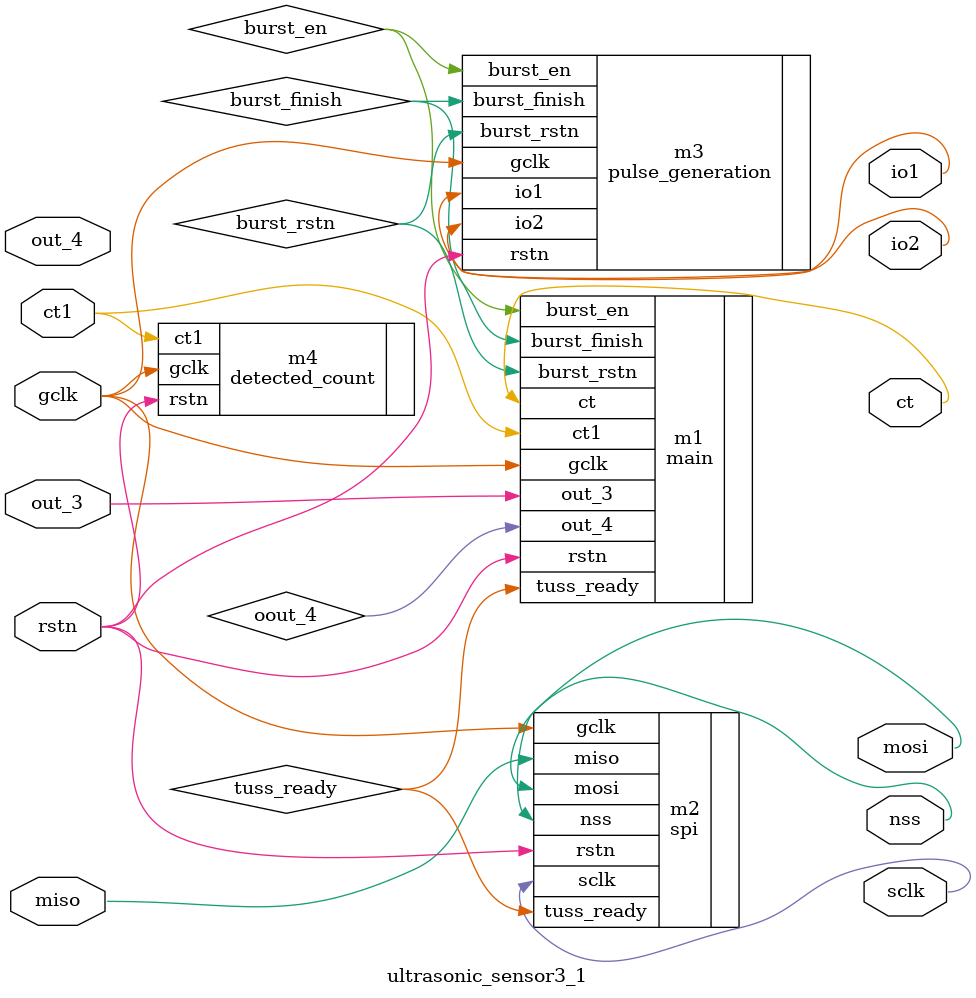
<source format=v>
module ultrasonic_sensor3_1
//修改端口后记得例化！！！
(
input out_3,
input out_4,
input ct1,
input gclk,
input rstn,
input miso,
output ct,
output mosi,
output sclk,
output nss,
output io1,
output io2);

main m1(
.gclk (gclk),
.rstn (rstn),
.burst_en (burst_en),
.burst_rstn(burst_rstn),
.burst_finish(burst_finish),
.tuss_ready(tuss_ready),
.out_3(out_3),
.out_4(oout_4),
//.detect_en(detect_en),
//.detected(detected),
.ct (ct),
.ct1 (ct1)

);

spi m2(
.gclk (gclk),
.rstn (rstn),
.tuss_ready(tuss_ready),
.mosi (mosi),
.miso (miso),
.sclk (sclk),
.nss (nss)
);

pulse_generation m3(
.gclk (gclk),
.rstn (rstn),
.burst_en (burst_en),
.burst_finish(burst_finish),
.burst_rstn(burst_rstn),
.io1 (io1),
.io2 (io2)
);

detected_count m4(
.gclk (gclk),
.rstn (rstn),
.ct1(ct1)
);
endmodule
</source>
